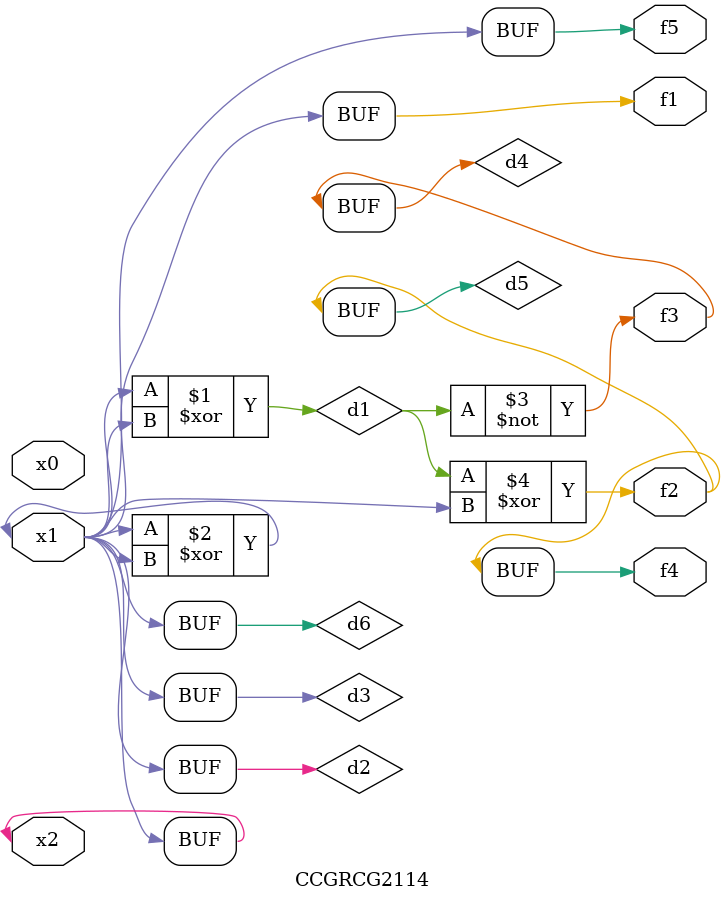
<source format=v>
module CCGRCG2114(
	input x0, x1, x2,
	output f1, f2, f3, f4, f5
);

	wire d1, d2, d3, d4, d5, d6;

	xor (d1, x1, x2);
	buf (d2, x1, x2);
	xor (d3, x1, x2);
	nor (d4, d1);
	xor (d5, d1, d2);
	buf (d6, d2, d3);
	assign f1 = d6;
	assign f2 = d5;
	assign f3 = d4;
	assign f4 = d5;
	assign f5 = d6;
endmodule

</source>
